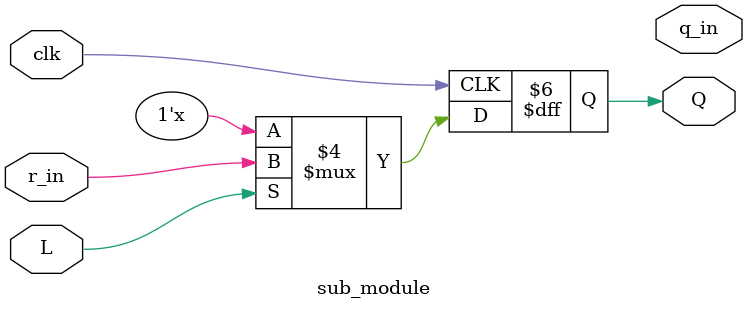
<source format=sv>
module top_module (
    input clk,
    input L,
    input r_in,
    output reg q_in,
    output reg Q
);

reg [2:0] r;
reg [2:0] q_out;

sub_module sub1(
    .clk(clk),
    .L(L),
    .q_in(q_out[0]),
    .r_in(r[0]),
    .Q());
    
sub_module sub2(
    .clk(clk),
    .L(L),
    .q_in(q_out[1]),
    .r_in(r[1]),
    .Q());
    
sub_module sub3(
    .clk(clk),
    .L(L),
    .q_in(q_out[2]),
    .r_in(r[2]),
    .Q());

always @(posedge clk) begin
    r[0] <= r_in[0];
    r[1] <= r_in[1];
    r[2] <= r_in[2];
    
    q_in <= q_out;
    
    if (L) begin
        Q <= r_in;
    end else begin
        Q <= {q_out[1] ^ q_out[2], q_out[0], q_out[2]};
    end
end

endmodule
module sub_module(
    input clk,
    input L,
    input r_in,
    output reg q_in,
    output reg Q
);

always @(posedge clk) begin
    if (L) begin
        Q <= r_in;
    end else begin
        Q <= {q_in[1] ^ q_in[2], q_in[0], q_in[2]};
    end
end

endmodule

</source>
